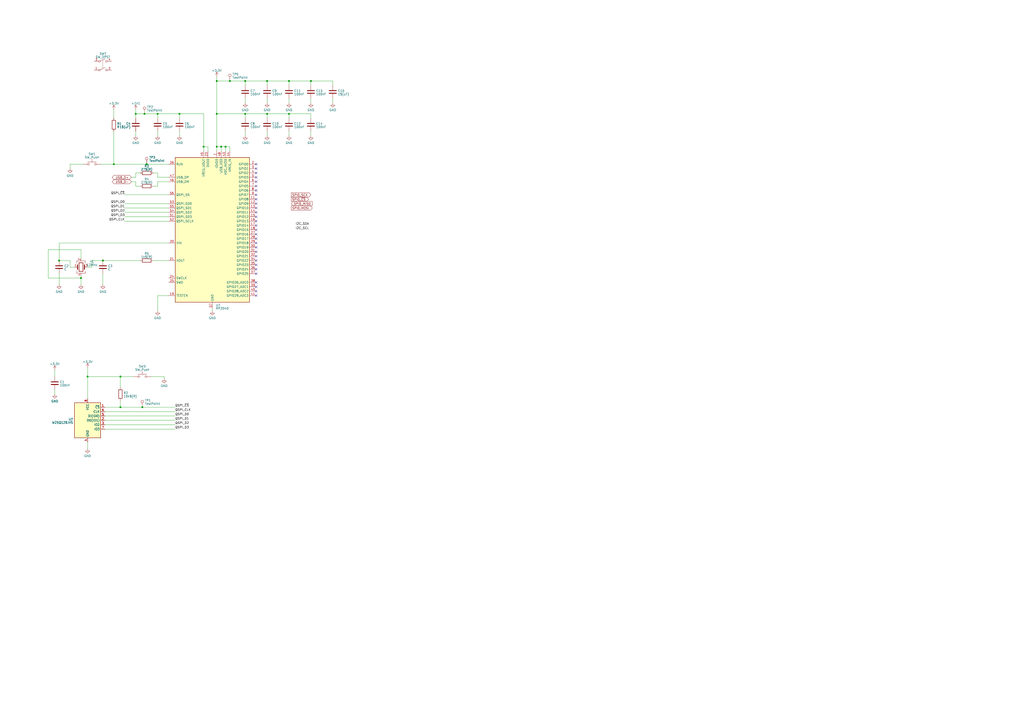
<source format=kicad_sch>
(kicad_sch (version 20230121) (generator eeschema)
  (paper "A2")
  (lib_symbols
    (symbol "Connector.kicad_sym:TestPoint" (pin_numbers hide) (pin_names (offset 0.762) hide)
      (property "Reference" "TP" (at 0 6.858 0))
      (property "Value" "TestPoint" (at 0 5.08 0))
      (symbol "TestPoint_0_1"
        (circle (center 0 3.302) (radius 0.762))
      )
      (symbol "TestPoint_1_1"
        (pin passive line (at 0 0 90) (length 2.54) (name "1") (number "1"))
      )
    )
    (symbol "Device:C" (pin_numbers hide) (pin_names (offset 0.254))
      (property "Reference" "C" (at 0.635 2.54 0))
      (property "Value" "C" (at 0.635 -2.54 0))
      (symbol "C_0_1"
        (polyline (pts (xy -2.032 -0.762) (xy 2.032 -0.762)) (stroke (width 0.508)))
        (polyline (pts (xy -2.032 0.762) (xy 2.032 0.762)) (stroke (width 0.508)))
      )
      (symbol "C_1_1"
        (pin passive line (at 0 3.81 270) (length 2.794) (name "~") (number "1"))
        (pin passive line (at 0 -3.81 90) (length 2.794) (name "~") (number "2"))
      )
    )
    (symbol "Device:Crystal_GND24" (pin_names (offset 1.016) hide)
      (property "Reference" "Y" (at 3.175 5.08 0))
      (property "Value" "Crystal_GND24" (at 3.175 3.175 0))
      (symbol "Crystal_GND24_0_1"
        (rectangle (start -1.143 2.54) (end 1.143 -2.54) (stroke (width 0.3048)))
        (polyline (pts (xy -2.54 0) (xy -2.032 0)))
        (polyline (pts (xy -2.032 -1.27) (xy -2.032 1.27)) (stroke (width 0.508)))
        (polyline (pts (xy 0 -3.81) (xy 0 -3.556)))
        (polyline (pts (xy 0 3.556) (xy 0 3.81)))
        (polyline (pts (xy 2.032 -1.27) (xy 2.032 1.27)) (stroke (width 0.508)))
        (polyline (pts (xy 2.032 0) (xy 2.54 0)))
        (polyline (pts (xy -2.54 -2.286) (xy -2.54 -3.556) (xy 2.54 -3.556) (xy 2.54 -2.286)))
        (polyline (pts (xy -2.54 2.286) (xy -2.54 3.556) (xy 2.54 3.556) (xy 2.54 2.286)))
      )
      (symbol "Crystal_GND24_1_1"
        (pin passive line (at -3.81 0 0) (length 1.27) (name "1") (number "1"))
        (pin passive line (at 0 5.08 270) (length 1.27) (name "2") (number "2"))
        (pin passive line (at 3.81 0 180) (length 1.27) (name "3") (number "3"))
        (pin passive line (at 0 -5.08 90) (length 1.27) (name "4") (number "4"))
      )
    )
    (symbol "Device:R" (pin_numbers hide) (pin_names (offset 0))
      (property "Reference" "R" (at 2.032 0 90))
      (property "Value" "R" (at 0 0 90))
      (symbol "R_0_1"
        (rectangle (start -1.016 -2.54) (end 1.016 2.54) (stroke (width 0.254)))
      )
      (symbol "R_1_1"
        (pin passive line (at 0 3.81 270) (length 1.27) (name "~") (number "1"))
        (pin passive line (at 0 -3.81 90) (length 1.27) (name "~") (number "2"))
      )
    )
    (symbol "MCU_RaspberryPi:RP2040"
      (property "Reference" "U" (at 17.78 45.72 0))
      (property "Value" "RP2040" (at 17.78 43.18 0))
      (symbol "RP2040_0_1"
        (rectangle (start -21.59 41.91) (end 21.59 -41.91) (stroke (width 0.254)) (fill (type background)))
      )
      (symbol "RP2040_1_1"
        (pin power_in line (at 2.54 45.72 270) (length 3.81) (name "IOVDD") (number "1"))
        (pin passive line (at 2.54 45.72 270) (length 3.81) hide (name "IOVDD") (number "10"))
        (pin bidirectional line (at 25.4 17.78 180) (length 3.81) (name "GPIO8") (number "11"))
        (pin bidirectional line (at 25.4 15.24 180) (length 3.81) (name "GPIO9") (number "12"))
        (pin bidirectional line (at 25.4 12.7 180) (length 3.81) (name "GPIO10") (number "13"))
        (pin bidirectional line (at 25.4 10.16 180) (length 3.81) (name "GPIO11") (number "14"))
        (pin bidirectional line (at 25.4 7.62 180) (length 3.81) (name "GPIO12") (number "15"))
        (pin bidirectional line (at 25.4 5.08 180) (length 3.81) (name "GPIO13") (number "16"))
        (pin bidirectional line (at 25.4 2.54 180) (length 3.81) (name "GPIO14") (number "17"))
        (pin bidirectional line (at 25.4 0 180) (length 3.81) (name "GPIO15") (number "18"))
        (pin input line (at -25.4 -38.1 0) (length 3.81) (name "TESTEN") (number "19"))
        (pin bidirectional line (at 25.4 38.1 180) (length 3.81) (name "GPIO0") (number "2"))
        (pin input line (at -25.4 -7.62 0) (length 3.81) (name "XIN") (number "20"))
        (pin passive line (at -25.4 -17.78 0) (length 3.81) (name "XOUT") (number "21"))
        (pin passive line (at 2.54 45.72 270) (length 3.81) hide (name "IOVDD") (number "22"))
        (pin power_in line (at -2.54 45.72 270) (length 3.81) (name "DVDD") (number "23"))
        (pin input line (at -25.4 -27.94 0) (length 3.81) (name "SWCLK") (number "24"))
        (pin bidirectional line (at -25.4 -30.48 0) (length 3.81) (name "SWD") (number "25"))
        (pin input line (at -25.4 38.1 0) (length 3.81) (name "RUN") (number "26"))
        (pin bidirectional line (at 25.4 -2.54 180) (length 3.81) (name "GPIO16") (number "27"))
        (pin bidirectional line (at 25.4 -5.08 180) (length 3.81) (name "GPIO17") (number "28"))
        (pin bidirectional line (at 25.4 -7.62 180) (length 3.81) (name "GPIO18") (number "29"))
        (pin bidirectional line (at 25.4 35.56 180) (length 3.81) (name "GPIO1") (number "3"))
        (pin bidirectional line (at 25.4 -10.16 180) (length 3.81) (name "GPIO19") (number "30"))
        (pin bidirectional line (at 25.4 -12.7 180) (length 3.81) (name "GPIO20") (number "31"))
        (pin bidirectional line (at 25.4 -15.24 180) (length 3.81) (name "GPIO21") (number "32"))
        (pin passive line (at 2.54 45.72 270) (length 3.81) hide (name "IOVDD") (number "33"))
        (pin bidirectional line (at 25.4 -17.78 180) (length 3.81) (name "GPIO22") (number "34"))
        (pin bidirectional line (at 25.4 -20.32 180) (length 3.81) (name "GPIO23") (number "35"))
        (pin bidirectional line (at 25.4 -22.86 180) (length 3.81) (name "GPIO24") (number "36"))
        (pin bidirectional line (at 25.4 -25.4 180) (length 3.81) (name "GPIO25") (number "37"))
        (pin bidirectional line (at 25.4 -30.48 180) (length 3.81) (name "GPIO26_ADC0") (number "38"))
        (pin bidirectional line (at 25.4 -33.02 180) (length 3.81) (name "GPIO27_ADC1") (number "39"))
        (pin bidirectional line (at 25.4 33.02 180) (length 3.81) (name "GPIO2") (number "4"))
        (pin bidirectional line (at 25.4 -35.56 180) (length 3.81) (name "GPIO28_ADC2") (number "40"))
        (pin bidirectional line (at 25.4 -38.1 180) (length 3.81) (name "GPIO29_ADC3") (number "41"))
        (pin passive line (at 2.54 45.72 270) (length 3.81) hide (name "IOVDD") (number "42"))
        (pin power_in line (at 7.62 45.72 270) (length 3.81) (name "ADC_AVDD") (number "43"))
        (pin power_in line (at 10.16 45.72 270) (length 3.81) (name "VREG_IN") (number "44"))
        (pin power_out line (at -5.08 45.72 270) (length 3.81) (name "VREG_VOUT") (number "45"))
        (pin bidirectional line (at -25.4 27.94 0) (length 3.81) (name "USB_DM") (number "46"))
        (pin bidirectional line (at -25.4 30.48 0) (length 3.81) (name "USB_DP") (number "47"))
        (pin power_in line (at 5.08 45.72 270) (length 3.81) (name "USB_VDD") (number "48"))
        (pin passive line (at 2.54 45.72 270) (length 3.81) hide (name "IOVDD") (number "49"))
        (pin bidirectional line (at 25.4 30.48 180) (length 3.81) (name "GPIO3") (number "5"))
        (pin passive line (at -2.54 45.72 270) (length 3.81) hide (name "DVDD") (number "50"))
        (pin bidirectional line (at -25.4 7.62 0) (length 3.81) (name "QSPI_SD3") (number "51"))
        (pin output line (at -25.4 5.08 0) (length 3.81) (name "QSPI_SCLK") (number "52"))
        (pin bidirectional line (at -25.4 15.24 0) (length 3.81) (name "QSPI_SD0") (number "53"))
        (pin bidirectional line (at -25.4 10.16 0) (length 3.81) (name "QSPI_SD2") (number "54"))
        (pin bidirectional line (at -25.4 12.7 0) (length 3.81) (name "QSPI_SD1") (number "55"))
        (pin bidirectional line (at -25.4 20.32 0) (length 3.81) (name "QSPI_SS") (number "56"))
        (pin power_in line (at 0 -45.72 90) (length 3.81) (name "GND") (number "57"))
        (pin bidirectional line (at 25.4 27.94 180) (length 3.81) (name "GPIO4") (number "6"))
        (pin bidirectional line (at 25.4 25.4 180) (length 3.81) (name "GPIO5") (number "7"))
        (pin bidirectional line (at 25.4 22.86 180) (length 3.81) (name "GPIO6") (number "8"))
        (pin bidirectional line (at 25.4 20.32 180) (length 3.81) (name "GPIO7") (number "9"))
      )
    )
    (symbol "Memory_Flash:W25Q128JVS"
      (property "Reference" "U" (at -8.89 8.89 0))
      (property "Value" "W25Q128JVS" (at 7.62 8.89 0))
      (symbol "W25Q128JVS_0_1"
        (rectangle (start -7.62 10.16) (end 7.62 -10.16) (stroke (width 0.254)) (fill (type background)))
      )
      (symbol "W25Q128JVS_1_1"
        (pin input line (at -10.16 7.62 0) (length 2.54) (name "~{CS}") (number "1"))
        (pin bidirectional line (at -10.16 0 0) (length 2.54) (name "DO(IO1)") (number "2"))
        (pin bidirectional line (at -10.16 -2.54 0) (length 2.54) (name "IO2") (number "3"))
        (pin power_in line (at 0 -12.7 90) (length 2.54) (name "GND") (number "4"))
        (pin bidirectional line (at -10.16 2.54 0) (length 2.54) (name "DI(IO0)") (number "5"))
        (pin input line (at -10.16 5.08 0) (length 2.54) (name "CLK") (number "6"))
        (pin bidirectional line (at -10.16 -5.08 0) (length 2.54) (name "IO3") (number "7"))
        (pin power_in line (at 0 12.7 270) (length 2.54) (name "VCC") (number "8"))
      )
    )
    (symbol "Switch:SW_DPST" (pin_names (offset 0) hide)
      (property "Reference" "SW" (at 0 5.08 0))
      (property "Value" "SW_DPST" (at 0 -5.08 0))
      (symbol "SW_DPST_0_0"
        (circle (center -2.032 -2.54) (radius 0.508))
        (circle (center -2.032 2.54) (radius 0.508))
        (polyline (pts (xy -1.524 -2.286) (xy 1.27 -1.016)))
        (polyline (pts (xy -1.524 2.794) (xy 1.27 4.064)))
        (polyline (pts (xy 0 -1.27) (xy 0 -0.635)))
        (polyline (pts (xy 0 0) (xy 0 0.635)))
        (polyline (pts (xy 0 1.27) (xy 0 1.905)))
        (polyline (pts (xy 0 2.54) (xy 0 3.175)))
        (circle (center 2.032 -2.54) (radius 0.508))
        (circle (center 2.032 2.54) (radius 0.508))
      )
      (symbol "SW_DPST_1_1"
        (pin passive line (at -5.08 -2.54 0) (length 2.54) (name "1") (number "1"))
        (pin passive line (at 5.08 -2.54 180) (length 2.54) (name "2") (number "2"))
        (pin passive line (at -5.08 2.54 0) (length 2.54) (name "3") (number "3"))
        (pin passive line (at 5.08 2.54 180) (length 2.54) (name "4") (number "4"))
      )
    )
    (symbol "Switch:SW_Push" (pin_numbers hide) (pin_names (offset 1.016) hide)
      (property "Reference" "SW" (at 1.27 2.54 0))
      (property "Value" "SW_Push" (at 0 -1.524 0))
      (symbol "SW_Push_0_1"
        (circle (center -2.032 0) (radius 0.508))
        (polyline (pts (xy 0 1.27) (xy 0 3.048)))
        (polyline (pts (xy 2.54 1.27) (xy -2.54 1.27)))
        (circle (center 2.032 0) (radius 0.508))
        (pin passive line (at -5.08 0 0) (length 2.54) (name "1") (number "1"))
        (pin passive line (at 5.08 0 180) (length 2.54) (name "2") (number "2"))
      )
    )
    (symbol "power:+1V1" (power) (pin_names (offset 0))
      (property "Value" "+1V1" (at 0 3.556 0))
      (symbol "+1V1_0_1"
        (polyline (pts (xy -0.762 1.27) (xy 0 2.54)))
        (polyline (pts (xy 0 0) (xy 0 2.54)))
        (polyline (pts (xy 0 2.54) (xy 0.762 1.27)))
      )
      (symbol "+1V1_1_1"
        (pin power_in line (at 0 0 90) (length 0) hide (name "+1V1") (number "1"))
      )
    )
    (symbol "power:+3.3V" (power) (pin_names (offset 0))
      (property "Value" "+3.3V" (at 0 3.556 0))
      (symbol "+3.3V_0_1"
        (polyline (pts (xy -0.762 1.27) (xy 0 2.54)))
        (polyline (pts (xy 0 0) (xy 0 2.54)))
        (polyline (pts (xy 0 2.54) (xy 0.762 1.27)))
      )
      (symbol "+3.3V_1_1"
        (pin power_in line (at 0 0 90) (length 0) hide (name "+3.3V") (number "1"))
      )
    )
    (symbol "power:GND" (power) (pin_names (offset 0))
      (property "Value" "GND" (at 0 -3.81 0))
      (symbol "GND_0_1"
        (polyline (pts (xy 0 0) (xy 0 -1.27) (xy 1.27 -1.27) (xy 0 -2.54) (xy -1.27 -1.27) (xy 0 -1.27)))
      )
      (symbol "GND_1_1"
        (pin power_in line (at 0 0 270) (length 0) hide (name "GND") (number "1"))
      )
    )
  )
  (junction (at 167.64 66.04))
  (junction (at 133.35 46.99))
  (junction (at 180.34 46.99))
  (junction (at 128.27 85.09))
  (junction (at 154.94 46.99))
  (junction (at 46.99 161.29))
  (junction (at 69.85 236.22))
  (junction (at 142.24 66.04))
  (junction (at 104.14 66.04))
  (junction (at 83.82 66.04))
  (junction (at 154.94 66.04))
  (junction (at 78.74 66.04))
  (junction (at 34.29 151.13))
  (junction (at 91.44 66.04))
  (junction (at 125.73 46.99))
  (junction (at 59.69 151.13))
  (junction (at 167.64 46.99))
  (junction (at 125.73 66.04))
  (junction (at 66.04 95.25))
  (junction (at 125.73 85.09))
  (junction (at 50.8 218.44))
  (junction (at 82.55 236.22))
  (junction (at 130.81 85.09))
  (junction (at 85.09 95.25))
  (junction (at 69.85 218.44))
  (junction (at 118.11 85.09))
  (junction (at 142.24 46.99))
  (no_connect (at 148.59 120.65))
  (no_connect (at 148.59 146.05))
  (no_connect (at 148.59 153.67))
  (no_connect (at 148.59 123.19))
  (no_connect (at 148.59 125.73))
  (no_connect (at 148.59 118.11))
  (no_connect (at 148.59 148.59))
  (no_connect (at 148.59 168.91))
  (no_connect (at 148.59 95.25))
  (no_connect (at 148.59 158.75))
  (no_connect (at 148.59 135.89))
  (no_connect (at 148.59 102.87))
  (no_connect (at 148.59 130.81))
  (no_connect (at 148.59 128.27))
  (no_connect (at 148.59 156.21))
  (no_connect (at 148.59 166.37))
  (no_connect (at 148.59 105.41))
  (no_connect (at 148.59 171.45))
  (no_connect (at 148.59 140.97))
  (no_connect (at 148.59 113.03))
  (no_connect (at 148.59 133.35))
  (no_connect (at 148.59 163.83))
  (no_connect (at 148.59 138.43))
  (no_connect (at 148.59 143.51))
  (no_connect (at 148.59 151.13))
  (no_connect (at 148.59 115.57))
  (no_connect (at 148.59 97.79))
  (no_connect (at 148.59 100.33))
  (no_connect (at 148.59 107.95))
  (no_connect (at 148.59 110.49))
  (wire (pts (xy 88.9 100.33) (xy 91.44 100.33)))
  (wire (pts (xy 69.85 232.41) (xy 69.85 236.22)))
  (wire (pts (xy 48.26 95.25) (xy 40.64 95.25)))
  (wire (pts (xy 154.94 66.04) (xy 154.94 68.58)))
  (wire (pts (xy 50.8 213.36) (xy 50.8 218.44)))
  (wire (pts (xy 69.85 236.22) (xy 60.96 236.22)))
  (wire (pts (xy 78.74 68.58) (xy 78.74 66.04)))
  (wire (pts (xy 43.18 154.94) (xy 40.64 154.94)))
  (wire (pts (xy 31.75 226.06) (xy 31.75 228.6)))
  (wire (pts (xy 142.24 46.99) (xy 154.94 46.99)))
  (wire (pts (xy 46.99 161.29) (xy 46.99 165.1)))
  (wire (pts (xy 60.96 243.84) (xy 101.6 243.84)))
  (wire (pts (xy 180.34 76.2) (xy 180.34 78.74)))
  (wire (pts (xy 167.64 76.2) (xy 167.64 78.74)))
  (wire (pts (xy 72.39 113.03) (xy 97.79 113.03)))
  (wire (pts (xy 120.65 87.63) (xy 120.65 85.09)))
  (wire (pts (xy 120.65 85.09) (xy 118.11 85.09)))
  (wire (pts (xy 50.8 256.54) (xy 50.8 260.35)))
  (wire (pts (xy 167.64 46.99) (xy 180.34 46.99)))
  (wire (pts (xy 95.25 218.44) (xy 95.25 219.71)))
  (wire (pts (xy 31.75 214.63) (xy 31.75 218.44)))
  (wire (pts (xy 130.81 85.09) (xy 128.27 85.09)))
  (wire (pts (xy 97.79 105.41) (xy 91.44 105.41)))
  (wire (pts (xy 193.04 49.53) (xy 193.04 46.99)))
  (wire (pts (xy 180.34 68.58) (xy 180.34 66.04)))
  (wire (pts (xy 69.85 224.79) (xy 69.85 218.44)))
  (wire (pts (xy 104.14 66.04) (xy 118.11 66.04)))
  (wire (pts (xy 69.85 218.44) (xy 77.47 218.44)))
  (wire (pts (xy 154.94 66.04) (xy 142.24 66.04)))
  (wire (pts (xy 180.34 66.04) (xy 167.64 66.04)))
  (wire (pts (xy 125.73 46.99) (xy 125.73 66.04)))
  (wire (pts (xy 50.8 218.44) (xy 69.85 218.44)))
  (wire (pts (xy 180.34 49.53) (xy 180.34 46.99)))
  (wire (pts (xy 154.94 76.2) (xy 154.94 78.74)))
  (wire (pts (xy 78.74 107.95) (xy 81.28 107.95)))
  (wire (pts (xy 142.24 57.15) (xy 142.24 59.69)))
  (wire (pts (xy 27.94 161.29) (xy 27.94 144.78)))
  (wire (pts (xy 72.39 118.11) (xy 97.79 118.11)))
  (wire (pts (xy 142.24 66.04) (xy 142.24 68.58)))
  (wire (pts (xy 130.81 87.63) (xy 130.81 85.09)))
  (wire (pts (xy 40.64 154.94) (xy 40.64 151.13)))
  (wire (pts (xy 34.29 158.75) (xy 34.29 165.1)))
  (wire (pts (xy 123.19 179.07) (xy 123.19 180.34)))
  (wire (pts (xy 72.39 128.27) (xy 97.79 128.27)))
  (wire (pts (xy 133.35 87.63) (xy 133.35 85.09)))
  (wire (pts (xy 104.14 76.2) (xy 104.14 78.74)))
  (wire (pts (xy 78.74 105.41) (xy 78.74 107.95)))
  (wire (pts (xy 142.24 46.99) (xy 142.24 49.53)))
  (wire (pts (xy 91.44 105.41) (xy 91.44 107.95)))
  (wire (pts (xy 128.27 87.63) (xy 128.27 85.09)))
  (wire (pts (xy 167.64 66.04) (xy 167.64 68.58)))
  (wire (pts (xy 40.64 95.25) (xy 40.64 97.79)))
  (wire (pts (xy 154.94 46.99) (xy 154.94 49.53)))
  (wire (pts (xy 59.69 151.13) (xy 81.28 151.13)))
  (wire (pts (xy 154.94 46.99) (xy 167.64 46.99)))
  (wire (pts (xy 167.64 66.04) (xy 154.94 66.04)))
  (wire (pts (xy 50.8 218.44) (xy 50.8 231.14)))
  (wire (pts (xy 91.44 100.33) (xy 91.44 102.87)))
  (wire (pts (xy 193.04 57.15) (xy 193.04 59.69)))
  (wire (pts (xy 50.8 154.94) (xy 53.34 154.94)))
  (wire (pts (xy 69.85 236.22) (xy 82.55 236.22)))
  (wire (pts (xy 82.55 236.22) (xy 101.6 236.22)))
  (wire (pts (xy 72.39 125.73) (xy 97.79 125.73)))
  (wire (pts (xy 88.9 151.13) (xy 97.79 151.13)))
  (wire (pts (xy 125.73 85.09) (xy 128.27 85.09)))
  (wire (pts (xy 125.73 66.04) (xy 125.73 85.09)))
  (wire (pts (xy 53.34 151.13) (xy 59.69 151.13)))
  (wire (pts (xy 46.99 160.02) (xy 46.99 161.29)))
  (wire (pts (xy 27.94 144.78) (xy 46.99 144.78)))
  (wire (pts (xy 91.44 171.45) (xy 97.79 171.45)))
  (wire (pts (xy 72.39 120.65) (xy 97.79 120.65)))
  (wire (pts (xy 118.11 66.04) (xy 118.11 85.09)))
  (wire (pts (xy 66.04 63.5) (xy 66.04 68.58)))
  (wire (pts (xy 125.73 46.99) (xy 133.35 46.99)))
  (wire (pts (xy 53.34 154.94) (xy 53.34 151.13)))
  (wire (pts (xy 60.96 241.3) (xy 101.6 241.3)))
  (wire (pts (xy 78.74 102.87) (xy 78.74 100.33)))
  (wire (pts (xy 167.64 46.99) (xy 167.64 49.53)))
  (wire (pts (xy 85.09 95.25) (xy 97.79 95.25)))
  (wire (pts (xy 66.04 95.25) (xy 85.09 95.25)))
  (wire (pts (xy 58.42 95.25) (xy 66.04 95.25)))
  (wire (pts (xy 118.11 85.09) (xy 118.11 87.63)))
  (wire (pts (xy 76.2 105.41) (xy 78.74 105.41)))
  (wire (pts (xy 78.74 63.5) (xy 78.74 66.04)))
  (wire (pts (xy 76.2 102.87) (xy 78.74 102.87)))
  (wire (pts (xy 167.64 57.15) (xy 167.64 59.69)))
  (wire (pts (xy 133.35 46.99) (xy 142.24 46.99)))
  (wire (pts (xy 97.79 102.87) (xy 91.44 102.87)))
  (wire (pts (xy 125.73 85.09) (xy 125.73 87.63)))
  (wire (pts (xy 154.94 57.15) (xy 154.94 59.69)))
  (wire (pts (xy 91.44 66.04) (xy 104.14 66.04)))
  (wire (pts (xy 40.64 151.13) (xy 34.29 151.13)))
  (wire (pts (xy 91.44 76.2) (xy 91.44 78.74)))
  (wire (pts (xy 83.82 66.04) (xy 78.74 66.04)))
  (wire (pts (xy 142.24 66.04) (xy 125.73 66.04)))
  (wire (pts (xy 60.96 238.76) (xy 101.6 238.76)))
  (wire (pts (xy 34.29 140.97) (xy 34.29 151.13)))
  (wire (pts (xy 46.99 161.29) (xy 27.94 161.29)))
  (wire (pts (xy 91.44 68.58) (xy 91.44 66.04)))
  (wire (pts (xy 142.24 76.2) (xy 142.24 78.74)))
  (wire (pts (xy 91.44 66.04) (xy 83.82 66.04)))
  (wire (pts (xy 180.34 57.15) (xy 180.34 59.69)))
  (wire (pts (xy 72.39 123.19) (xy 97.79 123.19)))
  (wire (pts (xy 104.14 68.58) (xy 104.14 66.04)))
  (wire (pts (xy 180.34 46.99) (xy 193.04 46.99)))
  (wire (pts (xy 60.96 248.92) (xy 101.6 248.92)))
  (wire (pts (xy 91.44 171.45) (xy 91.44 180.34)))
  (wire (pts (xy 125.73 44.45) (xy 125.73 46.99)))
  (wire (pts (xy 59.69 158.75) (xy 59.69 165.1)))
  (wire (pts (xy 97.79 140.97) (xy 34.29 140.97)))
  (wire (pts (xy 88.9 107.95) (xy 91.44 107.95)))
  (wire (pts (xy 60.96 246.38) (xy 101.6 246.38)))
  (wire (pts (xy 87.63 218.44) (xy 95.25 218.44)))
  (wire (pts (xy 133.35 85.09) (xy 130.81 85.09)))
  (wire (pts (xy 66.04 76.2) (xy 66.04 95.25)))
  (wire (pts (xy 78.74 100.33) (xy 81.28 100.33)))
  (wire (pts (xy 78.74 76.2) (xy 78.74 78.74)))
  (wire (pts (xy 46.99 144.78) (xy 46.99 149.86)))
  (label "QSPI_CLK" (at 101.6 238.76 0))
  (label "QSPI_~{CS}" (at 101.6 236.22 0))
  (label "I2C_SDA" (at 171.45 130.81 0))
  (label "QSPI_D3" (at 101.6 248.92 0))
  (label "QSPI_~{CS}" (at 72.39 113.03 180))
  (label "QSPI_D3" (at 72.39 125.73 180))
  (label "QSPI_CLK" (at 72.39 128.27 180))
  (label "QSPI_D1" (at 101.6 243.84 0))
  (label "QSPI_D0" (at 101.6 241.3 0))
  (label "QSPI_D2" (at 72.39 123.19 180))
  (label "I2C_SCL" (at 171.45 133.35 0))
  (label "QSPI_D1" (at 72.39 120.65 180))
  (label "QSPI_D2" (at 101.6 246.38 0))
  (label "QSPI_D0" (at 72.39 118.11 180))
  (global_label "USB_D+" (shape bidirectional) (at 76.2 102.87 180) (property "Intersheetrefs" "${INTERSHEET_REFS}" (effects hide)))
  (global_label "SPI0_SCK" (shape output) (at 168.91 113.03 0) (property "Intersheetrefs" "${INTERSHEET_REFS}" (effects hide)))
  (global_label "USB_D-" (shape bidirectional) (at 76.2 105.41 180) (property "Intersheetrefs" "${INTERSHEET_REFS}" (effects hide)))
  (global_label "SPI0_~{CS}" (shape output) (at 168.91 115.57 0) (property "Intersheetrefs" "${INTERSHEET_REFS}" (effects hide)))
  (global_label "SPI0_MOSI" (shape output) (at 168.91 120.65 0) (property "Intersheetrefs" "${INTERSHEET_REFS}" (effects hide)))
  (global_label "SPI0_MISO" (shape input) (at 168.91 118.11 0) (property "Intersheetrefs" "${INTERSHEET_REFS}" (effects hide)))
  (symbol (lib_id "Device:R") (at 69.85 228.6 0) (unit 1)
    (property "Reference" "R2" (at 71.628 227.9563 0) (effects (justify left)))
    (property "Value" "10k${R}" (at 71.628 229.8773 0) (effects (justify left)))
    (property "Footprint" "Resistor_SMD:R_0201_0603Metric" (effects hide))
  )
  (symbol (lib_id "power:GND") (at 59.69 165.1 0) (mirror y) (unit 1)
    (property "Reference" "#PWR017" (effects hide))
    (property "Value" "GND" (at 59.69 169.2355 0))
  )
  (symbol (lib_id "Connector.kicad_sym:TestPoint") (at 85.09 95.25 0) (unit 1)
    (property "Reference" "TP3" (at 86.487 91.3043 0) (effects (justify left)))
    (property "Value" "TestPoint" (at 86.487 93.2253 0) (effects (justify left)))
    (property "Footprint" "TestPoint:TestPoint_Pad_D2.0mm" (effects hide))
  )
  (symbol (lib_id "power:GND") (at 123.19 180.34 0) (unit 1)
    (property "Reference" "#PWR05" (effects hide))
    (property "Value" "GND" (at 123.19 184.4755 0))
    (instances (project "dlpSAT" (path "" (reference "#PWR05") (unit 1)) (path "" (reference "#PWR025") (unit 1))))
  )
  (symbol (lib_id "Memory_Flash:W25Q128JVS") (at 50.8 243.84 0) (mirror y) (unit 1)
    (property "Reference" "U?" (at 42.418 243.1963 0) (effects (justify left)))
    (property "Value" "W25Q128JVS" (at 42.418 245.1173 0) (effects (justify left)))
    (property "Footprint" "Package_SO:SOIC-8_5.23x5.23mm_P1.27mm" (effects hide))
    (property "Datasheet" "http://www.winbond.com/resource-files/w25q128jv_dtr%20revc%2003272018%20plus.pdf" (effects hide))
    (instances (project "dlpSAT" (path "" (reference "U?") (unit 1)) (path "" (reference "U1") (unit 1))))
  )
  (symbol (lib_id "Device:C") (at 142.24 53.34 0) (unit 1)
    (property "Reference" "C7" (at 145.161 52.6963 0) (effects (justify left)))
    (property "Value" "100nF" (at 145.161 54.6173 0) (effects (justify left)))
    (property "Footprint" "Capacitor_SMD:C_0201_0603Metric" (effects hide))
  )
  (symbol (lib_id "Connector.kicad_sym:TestPoint") (at 133.35 46.99 0) (unit 1)
    (property "Reference" "TP5" (at 134.747 43.0443 0) (effects (justify left)))
    (property "Value" "TestPoint" (at 134.747 44.9653 0) (effects (justify left)))
    (property "Footprint" "TestPoint:TestPoint_Pad_D2.0mm" (effects hide))
  )
  (symbol (lib_id "Connector.kicad_sym:TestPoint") (at 82.55 236.22 0) (unit 1)
    (property "Reference" "TP1" (at 83.947 232.2743 0) (effects (justify left)))
    (property "Value" "TestPoint" (at 83.947 234.1953 0) (effects (justify left)))
    (property "Footprint" "TestPoint:TestPoint_Pad_D2.0mm" (effects hide))
  )
  (symbol (lib_id "Device:C") (at 31.75 222.25 0) (unit 1)
    (property "Reference" "C1" (at 34.671 221.6063 0) (effects (justify left)))
    (property "Value" "100nF" (at 34.671 223.5273 0) (effects (justify left)))
  )
  (symbol (lib_id "power:GND") (at 78.74 78.74 0) (mirror y) (unit 1)
    (property "Reference" "#PWR020" (effects hide))
    (property "Value" "GND" (at 78.74 82.8755 0))
  )
  (symbol (lib_id "Device:C") (at 193.04 53.34 0) (unit 1)
    (property "Reference" "C15" (at 195.961 52.6963 0) (effects (justify left)))
    (property "Value" "1${uF}" (at 195.961 54.6173 0) (effects (justify left)))
    (property "Footprint" "Capacitor_SMD:C_0402_1005Metric" (effects hide))
  )
  (symbol (lib_id "power:+3.3V") (at 31.75 214.63 0) (unit 1)
    (property "Reference" "#PWR010" (effects hide))
    (property "Value" "+3.3V" (at 31.75 211.1281 0))
  )
  (symbol (lib_id "Device:C") (at 154.94 53.34 0) (unit 1)
    (property "Reference" "C9" (at 157.861 52.6963 0) (effects (justify left)))
    (property "Value" "100nF" (at 157.861 54.6173 0) (effects (justify left)))
    (property "Footprint" "Capacitor_SMD:C_0201_0603Metric" (effects hide))
  )
  (symbol (lib_id "power:GND") (at 40.64 97.79 0) (mirror y) (unit 1)
    (property "Reference" "#PWR013" (effects hide))
    (property "Value" "GND" (at 40.64 101.9255 0))
  )
  (symbol (lib_id "power:GND") (at 193.04 59.69 0) (unit 1)
    (property "Reference" "#PWR035" (effects hide))
    (property "Value" "GND" (at 193.04 63.8255 0))
  )
  (symbol (lib_id "power:GND") (at 91.44 180.34 0) (unit 1)
    (property "Reference" "#PWR05" (effects hide))
    (property "Value" "GND" (at 91.44 184.4755 0))
    (instances (project "dlpSAT" (path "" (reference "#PWR05") (unit 1)) (path "" (reference "#PWR022") (unit 1))))
  )
  (symbol (lib_id "Device:C") (at 154.94 72.39 0) (unit 1)
    (property "Reference" "C10" (at 157.861 71.7463 0) (effects (justify left)))
    (property "Value" "100nF" (at 157.861 73.6673 0) (effects (justify left)))
    (property "Footprint" "Capacitor_SMD:C_0201_0603Metric" (effects hide))
  )
  (symbol (lib_id "Device:C") (at 167.64 72.39 0) (unit 1)
    (property "Reference" "C12" (at 170.561 71.7463 0) (effects (justify left)))
    (property "Value" "100nF" (at 170.561 73.6673 0) (effects (justify left)))
    (property "Footprint" "Capacitor_SMD:C_0201_0603Metric" (effects hide))
  )
  (symbol (lib_id "power:GND") (at 46.99 165.1 0) (mirror y) (unit 1)
    (property "Reference" "#PWR014" (effects hide))
    (property "Value" "GND" (at 46.99 169.2355 0))
  )
  (symbol (lib_id "power:GND") (at 31.75 228.6 0) (unit 1)
    (property "Reference" "#PWR05" (effects hide))
    (property "Value" "GND" (at 31.75 232.7355 0))
    (instances (project "dlpSAT" (path "" (reference "#PWR05") (unit 1)) (path "" (reference "#PWR011") (unit 1))))
  )
  (symbol (lib_id "Switch:SW_Push") (at 53.34 95.25 0) (unit 1)
    (property "Reference" "SW1" (at 53.34 89.3191 0))
    (property "Value" "SW_Push" (at 53.34 91.2401 0))
  )
  (symbol (lib_id "Device:C") (at 78.74 72.39 0) (mirror y) (unit 1)
    (property "Reference" "C4" (at 75.819 71.7463 0) (effects (justify left)))
    (property "Value" "1${uF}" (at 75.819 73.6673 0) (effects (justify left)))
    (property "Footprint" "Capacitor_SMD:C_0402_1005Metric" (effects hide))
  )
  (symbol (lib_id "Device:C") (at 167.64 53.34 0) (unit 1)
    (property "Reference" "C11" (at 170.561 52.6963 0) (effects (justify left)))
    (property "Value" "100nF" (at 170.561 54.6173 0) (effects (justify left)))
    (property "Footprint" "Capacitor_SMD:C_0201_0603Metric" (effects hide))
  )
  (symbol (lib_id "power:GND") (at 154.94 78.74 0) (unit 1)
    (property "Reference" "#PWR030" (effects hide))
    (property "Value" "GND" (at 154.94 82.8755 0))
  )
  (symbol (lib_id "power:GND") (at 167.64 78.74 0) (unit 1)
    (property "Reference" "#PWR032" (effects hide))
    (property "Value" "GND" (at 167.64 82.8755 0))
  )
  (symbol (lib_id "Device:R") (at 66.04 72.39 0) (unit 1)
    (property "Reference" "R1" (at 67.818 71.7463 0) (effects (justify left)))
    (property "Value" "R" (at 67.818 73.6673 0) (effects (justify left)))
    (property "Footprint" "Resistor_SMD:R_0201_0603Metric" (effects hide))
  )
  (symbol (lib_id "Device:R") (at 85.09 151.13 90) (unit 1)
    (property "Reference" "R5" (at 85.09 147.1041 90))
    (property "Value" "1k${R}" (at 85.09 149.0251 90))
    (property "Footprint" "Resistor_SMD:R_0201_0603Metric" (effects hide))
  )
  (symbol (lib_id "Device:R") (at 85.09 107.95 90) (unit 1)
    (property "Reference" "R4" (at 85.09 103.9241 90))
    (property "Value" "27${R}" (at 85.09 105.8451 90))
    (property "Footprint" "Resistor_SMD:R_0201_0603Metric" (effects hide))
  )
  (symbol (lib_id "power:GND") (at 91.44 78.74 0) (unit 1)
    (property "Reference" "#PWR021" (effects hide))
    (property "Value" "GND" (at 91.44 82.8755 0))
  )
  (symbol (lib_id "power:GND") (at 95.25 219.71 0) (unit 1)
    (property "Reference" "#PWR05" (effects hide))
    (property "Value" "GND" (at 95.25 223.8455 0))
    (instances (project "dlpSAT" (path "" (reference "#PWR05") (unit 1)) (path "" (reference "#PWR023") (unit 1))))
  )
  (symbol (lib_id "power:GND") (at 104.14 78.74 0) (unit 1)
    (property "Reference" "#PWR024" (effects hide))
    (property "Value" "GND" (at 104.14 82.8755 0))
  )
  (symbol (lib_id "power:GND") (at 50.8 260.35 0) (unit 1)
    (property "Reference" "#PWR05" (effects hide))
    (property "Value" "GND" (at 50.8 264.4855 0))
    (instances (project "dlpSAT" (path "" (reference "#PWR05") (unit 1)) (path "" (reference "#PWR016") (unit 1))))
  )
  (symbol (lib_id "Device:C") (at 59.69 154.94 0) (unit 1)
    (property "Reference" "C3" (at 62.611 154.2963 0) (effects (justify left)))
    (property "Value" "C" (at 62.611 156.2173 0) (effects (justify left)))
    (property "Footprint" "Capacitor_SMD:C_0201_0603Metric" (effects hide))
  )
  (symbol (lib_id "power:GND") (at 34.29 165.1 0) (mirror y) (unit 1)
    (property "Reference" "#PWR012" (effects hide))
    (property "Value" "GND" (at 34.29 169.2355 0))
  )
  (symbol (lib_id "power:GND") (at 180.34 59.69 0) (unit 1)
    (property "Reference" "#PWR033" (effects hide))
    (property "Value" "GND" (at 180.34 63.8255 0))
  )
  (symbol (lib_id "power:+1V1") (at 78.74 63.5 0) (unit 1)
    (property "Reference" "#PWR019" (effects hide))
    (property "Value" "+1V1" (at 78.74 59.9981 0))
  )
  (symbol (lib_id "power:GND") (at 167.64 59.69 0) (unit 1)
    (property "Reference" "#PWR031" (effects hide))
    (property "Value" "GND" (at 167.64 63.8255 0))
  )
  (symbol (lib_id "power:GND") (at 180.34 78.74 0) (unit 1)
    (property "Reference" "#PWR034" (effects hide))
    (property "Value" "GND" (at 180.34 82.8755 0))
  )
  (symbol (lib_id "Device:C") (at 91.44 72.39 0) (unit 1)
    (property "Reference" "C5" (at 94.361 71.7463 0) (effects (justify left)))
    (property "Value" "100nF" (at 94.361 73.6673 0) (effects (justify left)))
    (property "Footprint" "Capacitor_SMD:C_0201_0603Metric" (effects hide))
  )
  (symbol (lib_id "power:GND") (at 142.24 78.74 0) (unit 1)
    (property "Reference" "#PWR028" (effects hide))
    (property "Value" "GND" (at 142.24 82.8755 0))
  )
  (symbol (lib_id "Device:R") (at 85.09 100.33 90) (unit 1)
    (property "Reference" "R3" (at 85.09 96.3041 90))
    (property "Value" "27${R}" (at 85.09 98.2251 90))
    (property "Footprint" "Resistor_SMD:R_0201_0603Metric" (effects hide))
  )
  (symbol (lib_id "power:+3.3V") (at 50.8 213.36 0) (unit 1)
    (property "Reference" "#PWR015" (effects hide))
    (property "Value" "+3.3V" (at 50.8 209.8581 0))
  )
  (symbol (lib_id "power:GND") (at 154.94 59.69 0) (unit 1)
    (property "Reference" "#PWR029" (effects hide))
    (property "Value" "GND" (at 154.94 63.8255 0))
  )
  (symbol (lib_id "power:GND") (at 142.24 59.69 0) (unit 1)
    (property "Reference" "#PWR027" (effects hide))
    (property "Value" "GND" (at 142.24 63.8255 0))
  )
  (symbol (lib_id "Device:C") (at 104.14 72.39 0) (unit 1)
    (property "Reference" "C6" (at 107.061 71.7463 0) (effects (justify left)))
    (property "Value" "100nF" (at 107.061 73.6673 0) (effects (justify left)))
    (property "Footprint" "Capacitor_SMD:C_0201_0603Metric" (effects hide))
  )
  (symbol (lib_id "Device:C") (at 142.24 72.39 0) (unit 1)
    (property "Reference" "C8" (at 145.161 71.7463 0) (effects (justify left)))
    (property "Value" "100nF" (at 145.161 73.6673 0) (effects (justify left)))
    (property "Footprint" "Capacitor_SMD:C_0201_0603Metric" (effects hide))
  )
  (symbol (lib_id "Switch:SW_DPST") (at 59.69 38.1 0) (unit 1)
    (property "Reference" "SW?" (at 59.69 31.1531 0))
    (property "Value" "SW_DPST" (at 59.69 33.0741 0))
    (property "Footprint" "Button_Switch_SMD:SW_SPDT_PCM12" (effects hide))
    (instances (project "dlpSAT" (path "" (reference "SW?") (unit 1)) (path "" (reference "SW2") (unit 1))))
  )
  (symbol (lib_id "Switch:SW_Push") (at 82.55 218.44 0) (unit 1)
    (property "Reference" "SW3" (at 82.55 212.5091 0))
    (property "Value" "SW_Push" (at 82.55 214.4301 0))
  )
  (symbol (lib_id "MCU_RaspberryPi:RP2040") (at 123.19 133.35 0) (unit 1)
    (property "Reference" "U?" (at 125.1459 176.9825 0) (effects (justify left)))
    (property "Value" "RP2040" (at 125.1459 178.9035 0) (effects (justify left)))
    (property "Footprint" "Package_DFN_QFN:QFN-56-1EP_7x7mm_P0.4mm_EP3.2x3.2mm" (effects hide))
    (property "Datasheet" "https://datasheets.raspberrypi.com/rp2040/rp2040-datasheet.pdf" (effects hide))
    (instances (project "dlpSAT" (path "" (reference "U?") (unit 1)) (path "" (reference "U2") (unit 1))))
  )
  (symbol (lib_id "Device:C") (at 180.34 72.39 0) (unit 1)
    (property "Reference" "C14" (at 183.261 71.7463 0) (effects (justify left)))
    (property "Value" "100nF" (at 183.261 73.6673 0) (effects (justify left)))
    (property "Footprint" "Capacitor_SMD:C_0201_0603Metric" (effects hide))
  )
  (symbol (lib_id "Device:C") (at 180.34 53.34 0) (unit 1)
    (property "Reference" "C13" (at 183.261 52.6963 0) (effects (justify left)))
    (property "Value" "100nF" (at 183.261 54.6173 0) (effects (justify left)))
    (property "Footprint" "Capacitor_SMD:C_0201_0603Metric" (effects hide))
  )
  (symbol (lib_id "power:+3.3V") (at 66.04 63.5 0) (unit 1)
    (property "Reference" "#PWR02" (effects hide))
    (property "Value" "+3.3V" (at 66.04 59.9981 0))
    (instances (project "dlpSAT" (path "" (reference "#PWR02") (unit 1)) (path "" (reference "#PWR018") (unit 1))))
  )
  (symbol (lib_id "Connector.kicad_sym:TestPoint") (at 83.82 66.04 0) (unit 1)
    (property "Reference" "TP2" (at 85.217 62.0943 0) (effects (justify left)))
    (property "Value" "TestPoint" (at 85.217 64.0153 0) (effects (justify left)))
    (property "Footprint" "TestPoint:TestPoint_Pad_D2.0mm" (effects hide))
  )
  (symbol (lib_id "power:+3.3V") (at 125.73 44.45 0) (unit 1)
    (property "Reference" "#PWR02" (effects hide))
    (property "Value" "+3.3V" (at 125.73 40.9481 0))
    (instances (project "dlpSAT" (path "" (reference "#PWR02") (unit 1)) (path "" (reference "#PWR026") (unit 1))))
  )
  (symbol (lib_id "Device:Crystal_GND24") (at 46.99 154.94 0) (unit 1)
    (property "Reference" "Y1" (at 53.351 151.8031 0))
    (property "Value" "12MHz" (at 53.351 153.7241 0))
    (property "Footprint" "Crystal:Crystal_SMD_Abracon_ABM10-4Pin_2.5x2.0mm" (effects hide))
  )
  (symbol (lib_id "Device:C") (at 34.29 154.94 0) (unit 1)
    (property "Reference" "C2" (at 37.211 154.2963 0) (effects (justify left)))
    (property "Value" "C" (at 37.211 156.2173 0) (effects (justify left)))
    (property "Footprint" "Capacitor_SMD:C_0201_0603Metric" (effects hide))
  )
)
</source>
